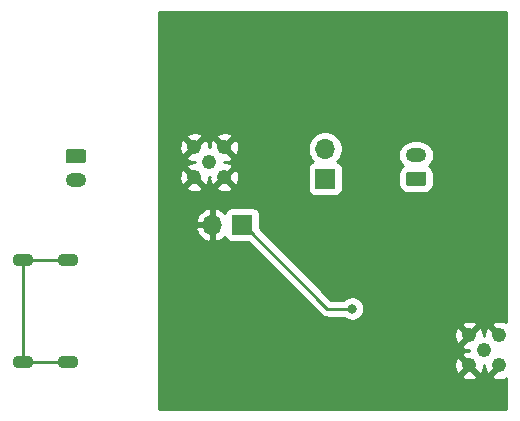
<source format=gbl>
G04 #@! TF.GenerationSoftware,KiCad,Pcbnew,(5.1.5-0)*
G04 #@! TF.CreationDate,2021-10-28T11:32:37-06:00*
G04 #@! TF.ProjectId,TPS61165-heater-v2,54505336-3131-4363-952d-686561746572,rev?*
G04 #@! TF.SameCoordinates,Original*
G04 #@! TF.FileFunction,Copper,L2,Bot*
G04 #@! TF.FilePolarity,Positive*
%FSLAX46Y46*%
G04 Gerber Fmt 4.6, Leading zero omitted, Abs format (unit mm)*
G04 Created by KiCad (PCBNEW (5.1.5-0)) date 2021-10-28 11:32:37*
%MOMM*%
%LPD*%
G04 APERTURE LIST*
%ADD10C,1.240000*%
%ADD11O,1.700000X1.700000*%
%ADD12R,1.700000X1.700000*%
%ADD13O,1.750000X1.200000*%
%ADD14C,0.100000*%
%ADD15O,1.800000X1.100000*%
%ADD16C,0.800000*%
%ADD17C,0.250000*%
%ADD18C,0.254000*%
G04 APERTURE END LIST*
D10*
X156190000Y-85610000D03*
X158730000Y-83070000D03*
X158730000Y-85610000D03*
X156190000Y-83070000D03*
X157460000Y-84340000D03*
D11*
X134460000Y-73700000D03*
D12*
X137000000Y-73700000D03*
D10*
X135470000Y-67130000D03*
X132930000Y-69670000D03*
X132930000Y-67130000D03*
X135470000Y-69670000D03*
X134200000Y-68400000D03*
D13*
X151700000Y-67800000D03*
G04 #@! TA.AperFunction,ComponentPad*
D14*
G36*
X152349505Y-69201204D02*
G01*
X152373773Y-69204804D01*
X152397572Y-69210765D01*
X152420671Y-69219030D01*
X152442850Y-69229520D01*
X152463893Y-69242132D01*
X152483599Y-69256747D01*
X152501777Y-69273223D01*
X152518253Y-69291401D01*
X152532868Y-69311107D01*
X152545480Y-69332150D01*
X152555970Y-69354329D01*
X152564235Y-69377428D01*
X152570196Y-69401227D01*
X152573796Y-69425495D01*
X152575000Y-69449999D01*
X152575000Y-70150001D01*
X152573796Y-70174505D01*
X152570196Y-70198773D01*
X152564235Y-70222572D01*
X152555970Y-70245671D01*
X152545480Y-70267850D01*
X152532868Y-70288893D01*
X152518253Y-70308599D01*
X152501777Y-70326777D01*
X152483599Y-70343253D01*
X152463893Y-70357868D01*
X152442850Y-70370480D01*
X152420671Y-70380970D01*
X152397572Y-70389235D01*
X152373773Y-70395196D01*
X152349505Y-70398796D01*
X152325001Y-70400000D01*
X151074999Y-70400000D01*
X151050495Y-70398796D01*
X151026227Y-70395196D01*
X151002428Y-70389235D01*
X150979329Y-70380970D01*
X150957150Y-70370480D01*
X150936107Y-70357868D01*
X150916401Y-70343253D01*
X150898223Y-70326777D01*
X150881747Y-70308599D01*
X150867132Y-70288893D01*
X150854520Y-70267850D01*
X150844030Y-70245671D01*
X150835765Y-70222572D01*
X150829804Y-70198773D01*
X150826204Y-70174505D01*
X150825000Y-70150001D01*
X150825000Y-69449999D01*
X150826204Y-69425495D01*
X150829804Y-69401227D01*
X150835765Y-69377428D01*
X150844030Y-69354329D01*
X150854520Y-69332150D01*
X150867132Y-69311107D01*
X150881747Y-69291401D01*
X150898223Y-69273223D01*
X150916401Y-69256747D01*
X150936107Y-69242132D01*
X150957150Y-69229520D01*
X150979329Y-69219030D01*
X151002428Y-69210765D01*
X151026227Y-69204804D01*
X151050495Y-69201204D01*
X151074999Y-69200000D01*
X152325001Y-69200000D01*
X152349505Y-69201204D01*
G37*
G04 #@! TD.AperFunction*
D11*
X144000000Y-67260000D03*
D12*
X144000000Y-69800000D03*
D13*
X122900000Y-69900000D03*
G04 #@! TA.AperFunction,ComponentPad*
D14*
G36*
X123549505Y-67301204D02*
G01*
X123573773Y-67304804D01*
X123597572Y-67310765D01*
X123620671Y-67319030D01*
X123642850Y-67329520D01*
X123663893Y-67342132D01*
X123683599Y-67356747D01*
X123701777Y-67373223D01*
X123718253Y-67391401D01*
X123732868Y-67411107D01*
X123745480Y-67432150D01*
X123755970Y-67454329D01*
X123764235Y-67477428D01*
X123770196Y-67501227D01*
X123773796Y-67525495D01*
X123775000Y-67549999D01*
X123775000Y-68250001D01*
X123773796Y-68274505D01*
X123770196Y-68298773D01*
X123764235Y-68322572D01*
X123755970Y-68345671D01*
X123745480Y-68367850D01*
X123732868Y-68388893D01*
X123718253Y-68408599D01*
X123701777Y-68426777D01*
X123683599Y-68443253D01*
X123663893Y-68457868D01*
X123642850Y-68470480D01*
X123620671Y-68480970D01*
X123597572Y-68489235D01*
X123573773Y-68495196D01*
X123549505Y-68498796D01*
X123525001Y-68500000D01*
X122274999Y-68500000D01*
X122250495Y-68498796D01*
X122226227Y-68495196D01*
X122202428Y-68489235D01*
X122179329Y-68480970D01*
X122157150Y-68470480D01*
X122136107Y-68457868D01*
X122116401Y-68443253D01*
X122098223Y-68426777D01*
X122081747Y-68408599D01*
X122067132Y-68388893D01*
X122054520Y-68367850D01*
X122044030Y-68345671D01*
X122035765Y-68322572D01*
X122029804Y-68298773D01*
X122026204Y-68274505D01*
X122025000Y-68250001D01*
X122025000Y-67549999D01*
X122026204Y-67525495D01*
X122029804Y-67501227D01*
X122035765Y-67477428D01*
X122044030Y-67454329D01*
X122054520Y-67432150D01*
X122067132Y-67411107D01*
X122081747Y-67391401D01*
X122098223Y-67373223D01*
X122116401Y-67356747D01*
X122136107Y-67342132D01*
X122157150Y-67329520D01*
X122179329Y-67319030D01*
X122202428Y-67310765D01*
X122226227Y-67304804D01*
X122250495Y-67301204D01*
X122274999Y-67300000D01*
X123525001Y-67300000D01*
X123549505Y-67301204D01*
G37*
G04 #@! TD.AperFunction*
D15*
X118425000Y-76680000D03*
X118425000Y-85320000D03*
X122225000Y-76680000D03*
X122225000Y-85320000D03*
D16*
X146300000Y-80800000D03*
D17*
X144200000Y-80800000D02*
X137100000Y-73700000D01*
X146300000Y-80800000D02*
X144200000Y-80800000D01*
X122225000Y-76680000D02*
X118425000Y-76680000D01*
X122225000Y-85320000D02*
X118425000Y-85320000D01*
X118425000Y-85320000D02*
X118425000Y-76680000D01*
D18*
G36*
X159340001Y-81968991D02*
G01*
X159139942Y-81877418D01*
X158899404Y-81820358D01*
X158652355Y-81811320D01*
X158408291Y-81850653D01*
X158176590Y-81936844D01*
X158095274Y-81980309D01*
X158045533Y-82205928D01*
X158730000Y-82890395D01*
X158744143Y-82876253D01*
X158923748Y-83055858D01*
X158909605Y-83070000D01*
X158923748Y-83084143D01*
X158744143Y-83263748D01*
X158730000Y-83249605D01*
X158715858Y-83263748D01*
X158536253Y-83084143D01*
X158550395Y-83070000D01*
X157865928Y-82385533D01*
X157640309Y-82435274D01*
X157537418Y-82660058D01*
X157480358Y-82900596D01*
X157473612Y-83085000D01*
X157445291Y-83085000D01*
X157448680Y-82992355D01*
X157409347Y-82748291D01*
X157323156Y-82516590D01*
X157279691Y-82435274D01*
X157054072Y-82385533D01*
X156369605Y-83070000D01*
X156383748Y-83084143D01*
X156204143Y-83263748D01*
X156190000Y-83249605D01*
X155505533Y-83934072D01*
X155555274Y-84159691D01*
X155780058Y-84262582D01*
X156020596Y-84319642D01*
X156205000Y-84326388D01*
X156205000Y-84354709D01*
X156112355Y-84351320D01*
X155868291Y-84390653D01*
X155636590Y-84476844D01*
X155555274Y-84520309D01*
X155505533Y-84745928D01*
X156190000Y-85430395D01*
X156204143Y-85416253D01*
X156383748Y-85595858D01*
X156369605Y-85610000D01*
X157054072Y-86294467D01*
X157279691Y-86244726D01*
X157382582Y-86019942D01*
X157439642Y-85779404D01*
X157446388Y-85595000D01*
X157474709Y-85595000D01*
X157471320Y-85687645D01*
X157510653Y-85931709D01*
X157596844Y-86163410D01*
X157640309Y-86244726D01*
X157865928Y-86294467D01*
X158550395Y-85610000D01*
X158536253Y-85595858D01*
X158715858Y-85416253D01*
X158730000Y-85430395D01*
X158744143Y-85416253D01*
X158923748Y-85595858D01*
X158909605Y-85610000D01*
X158923748Y-85624143D01*
X158744143Y-85803748D01*
X158730000Y-85789605D01*
X158045533Y-86474072D01*
X158095274Y-86699691D01*
X158320058Y-86802582D01*
X158560596Y-86859642D01*
X158807645Y-86868680D01*
X159051709Y-86829347D01*
X159283410Y-86743156D01*
X159340001Y-86712907D01*
X159340001Y-89340000D01*
X129927000Y-89340000D01*
X129927000Y-86474072D01*
X155505533Y-86474072D01*
X155555274Y-86699691D01*
X155780058Y-86802582D01*
X156020596Y-86859642D01*
X156267645Y-86868680D01*
X156511709Y-86829347D01*
X156743410Y-86743156D01*
X156824726Y-86699691D01*
X156874467Y-86474072D01*
X156190000Y-85789605D01*
X155505533Y-86474072D01*
X129927000Y-86474072D01*
X129927000Y-85687645D01*
X154931320Y-85687645D01*
X154970653Y-85931709D01*
X155056844Y-86163410D01*
X155100309Y-86244726D01*
X155325928Y-86294467D01*
X156010395Y-85610000D01*
X155325928Y-84925533D01*
X155100309Y-84975274D01*
X154997418Y-85200058D01*
X154940358Y-85440596D01*
X154931320Y-85687645D01*
X129927000Y-85687645D01*
X129927000Y-83147645D01*
X154931320Y-83147645D01*
X154970653Y-83391709D01*
X155056844Y-83623410D01*
X155100309Y-83704726D01*
X155325928Y-83754467D01*
X156010395Y-83070000D01*
X155325928Y-82385533D01*
X155100309Y-82435274D01*
X154997418Y-82660058D01*
X154940358Y-82900596D01*
X154931320Y-83147645D01*
X129927000Y-83147645D01*
X129927000Y-82205928D01*
X155505533Y-82205928D01*
X156190000Y-82890395D01*
X156874467Y-82205928D01*
X156824726Y-81980309D01*
X156599942Y-81877418D01*
X156359404Y-81820358D01*
X156112355Y-81811320D01*
X155868291Y-81850653D01*
X155636590Y-81936844D01*
X155555274Y-81980309D01*
X155505533Y-82205928D01*
X129927000Y-82205928D01*
X129927000Y-74056891D01*
X133018519Y-74056891D01*
X133115843Y-74331252D01*
X133264822Y-74581355D01*
X133459731Y-74797588D01*
X133693080Y-74971641D01*
X133955901Y-75096825D01*
X134103110Y-75141476D01*
X134333000Y-75020155D01*
X134333000Y-73827000D01*
X133139186Y-73827000D01*
X133018519Y-74056891D01*
X129927000Y-74056891D01*
X129927000Y-73343109D01*
X133018519Y-73343109D01*
X133139186Y-73573000D01*
X134333000Y-73573000D01*
X134333000Y-72379845D01*
X134587000Y-72379845D01*
X134587000Y-73573000D01*
X134607000Y-73573000D01*
X134607000Y-73827000D01*
X134587000Y-73827000D01*
X134587000Y-75020155D01*
X134816890Y-75141476D01*
X134964099Y-75096825D01*
X135226920Y-74971641D01*
X135460269Y-74797588D01*
X135536034Y-74713534D01*
X135560498Y-74794180D01*
X135619463Y-74904494D01*
X135698815Y-75001185D01*
X135795506Y-75080537D01*
X135905820Y-75139502D01*
X136025518Y-75175812D01*
X136150000Y-75188072D01*
X137513271Y-75188072D01*
X143636201Y-81311003D01*
X143659999Y-81340001D01*
X143775724Y-81434974D01*
X143907753Y-81505546D01*
X144051014Y-81549003D01*
X144162667Y-81560000D01*
X144162676Y-81560000D01*
X144199999Y-81563676D01*
X144237322Y-81560000D01*
X145596289Y-81560000D01*
X145640226Y-81603937D01*
X145809744Y-81717205D01*
X145998102Y-81795226D01*
X146198061Y-81835000D01*
X146401939Y-81835000D01*
X146601898Y-81795226D01*
X146790256Y-81717205D01*
X146959774Y-81603937D01*
X147103937Y-81459774D01*
X147217205Y-81290256D01*
X147295226Y-81101898D01*
X147335000Y-80901939D01*
X147335000Y-80698061D01*
X147295226Y-80498102D01*
X147217205Y-80309744D01*
X147103937Y-80140226D01*
X146959774Y-79996063D01*
X146790256Y-79882795D01*
X146601898Y-79804774D01*
X146401939Y-79765000D01*
X146198061Y-79765000D01*
X145998102Y-79804774D01*
X145809744Y-79882795D01*
X145640226Y-79996063D01*
X145596289Y-80040000D01*
X144514802Y-80040000D01*
X138488072Y-74013271D01*
X138488072Y-72850000D01*
X138475812Y-72725518D01*
X138439502Y-72605820D01*
X138380537Y-72495506D01*
X138301185Y-72398815D01*
X138204494Y-72319463D01*
X138094180Y-72260498D01*
X137974482Y-72224188D01*
X137850000Y-72211928D01*
X136150000Y-72211928D01*
X136025518Y-72224188D01*
X135905820Y-72260498D01*
X135795506Y-72319463D01*
X135698815Y-72398815D01*
X135619463Y-72495506D01*
X135560498Y-72605820D01*
X135536034Y-72686466D01*
X135460269Y-72602412D01*
X135226920Y-72428359D01*
X134964099Y-72303175D01*
X134816890Y-72258524D01*
X134587000Y-72379845D01*
X134333000Y-72379845D01*
X134103110Y-72258524D01*
X133955901Y-72303175D01*
X133693080Y-72428359D01*
X133459731Y-72602412D01*
X133264822Y-72818645D01*
X133115843Y-73068748D01*
X133018519Y-73343109D01*
X129927000Y-73343109D01*
X129927000Y-70534072D01*
X132245533Y-70534072D01*
X132295274Y-70759691D01*
X132520058Y-70862582D01*
X132760596Y-70919642D01*
X133007645Y-70928680D01*
X133251709Y-70889347D01*
X133483410Y-70803156D01*
X133564726Y-70759691D01*
X133614467Y-70534072D01*
X134785533Y-70534072D01*
X134835274Y-70759691D01*
X135060058Y-70862582D01*
X135300596Y-70919642D01*
X135547645Y-70928680D01*
X135791709Y-70889347D01*
X136023410Y-70803156D01*
X136104726Y-70759691D01*
X136154467Y-70534072D01*
X135470000Y-69849605D01*
X134785533Y-70534072D01*
X133614467Y-70534072D01*
X132930000Y-69849605D01*
X132245533Y-70534072D01*
X129927000Y-70534072D01*
X129927000Y-69747645D01*
X131671320Y-69747645D01*
X131710653Y-69991709D01*
X131796844Y-70223410D01*
X131840309Y-70304726D01*
X132065928Y-70354467D01*
X132750395Y-69670000D01*
X132065928Y-68985533D01*
X131840309Y-69035274D01*
X131737418Y-69260058D01*
X131680358Y-69500596D01*
X131671320Y-69747645D01*
X129927000Y-69747645D01*
X129927000Y-67994072D01*
X132245533Y-67994072D01*
X132295274Y-68219691D01*
X132520058Y-68322582D01*
X132760596Y-68379642D01*
X132945000Y-68386388D01*
X132945000Y-68414709D01*
X132852355Y-68411320D01*
X132608291Y-68450653D01*
X132376590Y-68536844D01*
X132295274Y-68580309D01*
X132245533Y-68805928D01*
X132930000Y-69490395D01*
X132944143Y-69476253D01*
X133123748Y-69655858D01*
X133109605Y-69670000D01*
X133794072Y-70354467D01*
X134019691Y-70304726D01*
X134122582Y-70079942D01*
X134179642Y-69839404D01*
X134186388Y-69655000D01*
X134214709Y-69655000D01*
X134211320Y-69747645D01*
X134250653Y-69991709D01*
X134336844Y-70223410D01*
X134380309Y-70304726D01*
X134605928Y-70354467D01*
X135290395Y-69670000D01*
X135649605Y-69670000D01*
X136334072Y-70354467D01*
X136559691Y-70304726D01*
X136662582Y-70079942D01*
X136719642Y-69839404D01*
X136728680Y-69592355D01*
X136689347Y-69348291D01*
X136603156Y-69116590D01*
X136559691Y-69035274D01*
X136334072Y-68985533D01*
X135649605Y-69670000D01*
X135290395Y-69670000D01*
X135276253Y-69655858D01*
X135455858Y-69476253D01*
X135470000Y-69490395D01*
X136010395Y-68950000D01*
X142511928Y-68950000D01*
X142511928Y-70650000D01*
X142524188Y-70774482D01*
X142560498Y-70894180D01*
X142619463Y-71004494D01*
X142698815Y-71101185D01*
X142795506Y-71180537D01*
X142905820Y-71239502D01*
X143025518Y-71275812D01*
X143150000Y-71288072D01*
X144850000Y-71288072D01*
X144974482Y-71275812D01*
X145094180Y-71239502D01*
X145204494Y-71180537D01*
X145301185Y-71101185D01*
X145380537Y-71004494D01*
X145439502Y-70894180D01*
X145475812Y-70774482D01*
X145488072Y-70650000D01*
X145488072Y-68950000D01*
X145475812Y-68825518D01*
X145439502Y-68705820D01*
X145380537Y-68595506D01*
X145301185Y-68498815D01*
X145204494Y-68419463D01*
X145094180Y-68360498D01*
X145021620Y-68338487D01*
X145153475Y-68206632D01*
X145315990Y-67963411D01*
X145383676Y-67800000D01*
X150184025Y-67800000D01*
X150207870Y-68042102D01*
X150278489Y-68274901D01*
X150393167Y-68489449D01*
X150547498Y-68677502D01*
X150586111Y-68709191D01*
X150581613Y-68711595D01*
X150447038Y-68822038D01*
X150336595Y-68956613D01*
X150254528Y-69110149D01*
X150203992Y-69276745D01*
X150186928Y-69449999D01*
X150186928Y-70150001D01*
X150203992Y-70323255D01*
X150254528Y-70489851D01*
X150336595Y-70643387D01*
X150447038Y-70777962D01*
X150581613Y-70888405D01*
X150735149Y-70970472D01*
X150901745Y-71021008D01*
X151074999Y-71038072D01*
X152325001Y-71038072D01*
X152498255Y-71021008D01*
X152664851Y-70970472D01*
X152818387Y-70888405D01*
X152952962Y-70777962D01*
X153063405Y-70643387D01*
X153145472Y-70489851D01*
X153196008Y-70323255D01*
X153213072Y-70150001D01*
X153213072Y-69449999D01*
X153196008Y-69276745D01*
X153145472Y-69110149D01*
X153063405Y-68956613D01*
X152952962Y-68822038D01*
X152818387Y-68711595D01*
X152813889Y-68709191D01*
X152852502Y-68677502D01*
X153006833Y-68489449D01*
X153121511Y-68274901D01*
X153192130Y-68042102D01*
X153215975Y-67800000D01*
X153192130Y-67557898D01*
X153121511Y-67325099D01*
X153006833Y-67110551D01*
X152852502Y-66922498D01*
X152664449Y-66768167D01*
X152449901Y-66653489D01*
X152217102Y-66582870D01*
X152035665Y-66565000D01*
X151364335Y-66565000D01*
X151182898Y-66582870D01*
X150950099Y-66653489D01*
X150735551Y-66768167D01*
X150547498Y-66922498D01*
X150393167Y-67110551D01*
X150278489Y-67325099D01*
X150207870Y-67557898D01*
X150184025Y-67800000D01*
X145383676Y-67800000D01*
X145427932Y-67693158D01*
X145485000Y-67406260D01*
X145485000Y-67113740D01*
X145427932Y-66826842D01*
X145315990Y-66556589D01*
X145153475Y-66313368D01*
X144946632Y-66106525D01*
X144703411Y-65944010D01*
X144433158Y-65832068D01*
X144146260Y-65775000D01*
X143853740Y-65775000D01*
X143566842Y-65832068D01*
X143296589Y-65944010D01*
X143053368Y-66106525D01*
X142846525Y-66313368D01*
X142684010Y-66556589D01*
X142572068Y-66826842D01*
X142515000Y-67113740D01*
X142515000Y-67406260D01*
X142572068Y-67693158D01*
X142684010Y-67963411D01*
X142846525Y-68206632D01*
X142978380Y-68338487D01*
X142905820Y-68360498D01*
X142795506Y-68419463D01*
X142698815Y-68498815D01*
X142619463Y-68595506D01*
X142560498Y-68705820D01*
X142524188Y-68825518D01*
X142511928Y-68950000D01*
X136010395Y-68950000D01*
X136154467Y-68805928D01*
X136104726Y-68580309D01*
X135879942Y-68477418D01*
X135639404Y-68420358D01*
X135455000Y-68413612D01*
X135455000Y-68385291D01*
X135547645Y-68388680D01*
X135791709Y-68349347D01*
X136023410Y-68263156D01*
X136104726Y-68219691D01*
X136154467Y-67994072D01*
X135470000Y-67309605D01*
X135455858Y-67323748D01*
X135276253Y-67144143D01*
X135290395Y-67130000D01*
X135649605Y-67130000D01*
X136334072Y-67814467D01*
X136559691Y-67764726D01*
X136662582Y-67539942D01*
X136719642Y-67299404D01*
X136728680Y-67052355D01*
X136689347Y-66808291D01*
X136603156Y-66576590D01*
X136559691Y-66495274D01*
X136334072Y-66445533D01*
X135649605Y-67130000D01*
X135290395Y-67130000D01*
X134605928Y-66445533D01*
X134380309Y-66495274D01*
X134277418Y-66720058D01*
X134220358Y-66960596D01*
X134213612Y-67145000D01*
X134185291Y-67145000D01*
X134188680Y-67052355D01*
X134149347Y-66808291D01*
X134063156Y-66576590D01*
X134019691Y-66495274D01*
X133794072Y-66445533D01*
X133109605Y-67130000D01*
X133123748Y-67144143D01*
X132944143Y-67323748D01*
X132930000Y-67309605D01*
X132245533Y-67994072D01*
X129927000Y-67994072D01*
X129927000Y-67207645D01*
X131671320Y-67207645D01*
X131710653Y-67451709D01*
X131796844Y-67683410D01*
X131840309Y-67764726D01*
X132065928Y-67814467D01*
X132750395Y-67130000D01*
X132065928Y-66445533D01*
X131840309Y-66495274D01*
X131737418Y-66720058D01*
X131680358Y-66960596D01*
X131671320Y-67207645D01*
X129927000Y-67207645D01*
X129927000Y-66265928D01*
X132245533Y-66265928D01*
X132930000Y-66950395D01*
X133614467Y-66265928D01*
X134785533Y-66265928D01*
X135470000Y-66950395D01*
X136154467Y-66265928D01*
X136104726Y-66040309D01*
X135879942Y-65937418D01*
X135639404Y-65880358D01*
X135392355Y-65871320D01*
X135148291Y-65910653D01*
X134916590Y-65996844D01*
X134835274Y-66040309D01*
X134785533Y-66265928D01*
X133614467Y-66265928D01*
X133564726Y-66040309D01*
X133339942Y-65937418D01*
X133099404Y-65880358D01*
X132852355Y-65871320D01*
X132608291Y-65910653D01*
X132376590Y-65996844D01*
X132295274Y-66040309D01*
X132245533Y-66265928D01*
X129927000Y-66265928D01*
X129927000Y-55660000D01*
X159340000Y-55660000D01*
X159340001Y-81968991D01*
G37*
X159340001Y-81968991D02*
X159139942Y-81877418D01*
X158899404Y-81820358D01*
X158652355Y-81811320D01*
X158408291Y-81850653D01*
X158176590Y-81936844D01*
X158095274Y-81980309D01*
X158045533Y-82205928D01*
X158730000Y-82890395D01*
X158744143Y-82876253D01*
X158923748Y-83055858D01*
X158909605Y-83070000D01*
X158923748Y-83084143D01*
X158744143Y-83263748D01*
X158730000Y-83249605D01*
X158715858Y-83263748D01*
X158536253Y-83084143D01*
X158550395Y-83070000D01*
X157865928Y-82385533D01*
X157640309Y-82435274D01*
X157537418Y-82660058D01*
X157480358Y-82900596D01*
X157473612Y-83085000D01*
X157445291Y-83085000D01*
X157448680Y-82992355D01*
X157409347Y-82748291D01*
X157323156Y-82516590D01*
X157279691Y-82435274D01*
X157054072Y-82385533D01*
X156369605Y-83070000D01*
X156383748Y-83084143D01*
X156204143Y-83263748D01*
X156190000Y-83249605D01*
X155505533Y-83934072D01*
X155555274Y-84159691D01*
X155780058Y-84262582D01*
X156020596Y-84319642D01*
X156205000Y-84326388D01*
X156205000Y-84354709D01*
X156112355Y-84351320D01*
X155868291Y-84390653D01*
X155636590Y-84476844D01*
X155555274Y-84520309D01*
X155505533Y-84745928D01*
X156190000Y-85430395D01*
X156204143Y-85416253D01*
X156383748Y-85595858D01*
X156369605Y-85610000D01*
X157054072Y-86294467D01*
X157279691Y-86244726D01*
X157382582Y-86019942D01*
X157439642Y-85779404D01*
X157446388Y-85595000D01*
X157474709Y-85595000D01*
X157471320Y-85687645D01*
X157510653Y-85931709D01*
X157596844Y-86163410D01*
X157640309Y-86244726D01*
X157865928Y-86294467D01*
X158550395Y-85610000D01*
X158536253Y-85595858D01*
X158715858Y-85416253D01*
X158730000Y-85430395D01*
X158744143Y-85416253D01*
X158923748Y-85595858D01*
X158909605Y-85610000D01*
X158923748Y-85624143D01*
X158744143Y-85803748D01*
X158730000Y-85789605D01*
X158045533Y-86474072D01*
X158095274Y-86699691D01*
X158320058Y-86802582D01*
X158560596Y-86859642D01*
X158807645Y-86868680D01*
X159051709Y-86829347D01*
X159283410Y-86743156D01*
X159340001Y-86712907D01*
X159340001Y-89340000D01*
X129927000Y-89340000D01*
X129927000Y-86474072D01*
X155505533Y-86474072D01*
X155555274Y-86699691D01*
X155780058Y-86802582D01*
X156020596Y-86859642D01*
X156267645Y-86868680D01*
X156511709Y-86829347D01*
X156743410Y-86743156D01*
X156824726Y-86699691D01*
X156874467Y-86474072D01*
X156190000Y-85789605D01*
X155505533Y-86474072D01*
X129927000Y-86474072D01*
X129927000Y-85687645D01*
X154931320Y-85687645D01*
X154970653Y-85931709D01*
X155056844Y-86163410D01*
X155100309Y-86244726D01*
X155325928Y-86294467D01*
X156010395Y-85610000D01*
X155325928Y-84925533D01*
X155100309Y-84975274D01*
X154997418Y-85200058D01*
X154940358Y-85440596D01*
X154931320Y-85687645D01*
X129927000Y-85687645D01*
X129927000Y-83147645D01*
X154931320Y-83147645D01*
X154970653Y-83391709D01*
X155056844Y-83623410D01*
X155100309Y-83704726D01*
X155325928Y-83754467D01*
X156010395Y-83070000D01*
X155325928Y-82385533D01*
X155100309Y-82435274D01*
X154997418Y-82660058D01*
X154940358Y-82900596D01*
X154931320Y-83147645D01*
X129927000Y-83147645D01*
X129927000Y-82205928D01*
X155505533Y-82205928D01*
X156190000Y-82890395D01*
X156874467Y-82205928D01*
X156824726Y-81980309D01*
X156599942Y-81877418D01*
X156359404Y-81820358D01*
X156112355Y-81811320D01*
X155868291Y-81850653D01*
X155636590Y-81936844D01*
X155555274Y-81980309D01*
X155505533Y-82205928D01*
X129927000Y-82205928D01*
X129927000Y-74056891D01*
X133018519Y-74056891D01*
X133115843Y-74331252D01*
X133264822Y-74581355D01*
X133459731Y-74797588D01*
X133693080Y-74971641D01*
X133955901Y-75096825D01*
X134103110Y-75141476D01*
X134333000Y-75020155D01*
X134333000Y-73827000D01*
X133139186Y-73827000D01*
X133018519Y-74056891D01*
X129927000Y-74056891D01*
X129927000Y-73343109D01*
X133018519Y-73343109D01*
X133139186Y-73573000D01*
X134333000Y-73573000D01*
X134333000Y-72379845D01*
X134587000Y-72379845D01*
X134587000Y-73573000D01*
X134607000Y-73573000D01*
X134607000Y-73827000D01*
X134587000Y-73827000D01*
X134587000Y-75020155D01*
X134816890Y-75141476D01*
X134964099Y-75096825D01*
X135226920Y-74971641D01*
X135460269Y-74797588D01*
X135536034Y-74713534D01*
X135560498Y-74794180D01*
X135619463Y-74904494D01*
X135698815Y-75001185D01*
X135795506Y-75080537D01*
X135905820Y-75139502D01*
X136025518Y-75175812D01*
X136150000Y-75188072D01*
X137513271Y-75188072D01*
X143636201Y-81311003D01*
X143659999Y-81340001D01*
X143775724Y-81434974D01*
X143907753Y-81505546D01*
X144051014Y-81549003D01*
X144162667Y-81560000D01*
X144162676Y-81560000D01*
X144199999Y-81563676D01*
X144237322Y-81560000D01*
X145596289Y-81560000D01*
X145640226Y-81603937D01*
X145809744Y-81717205D01*
X145998102Y-81795226D01*
X146198061Y-81835000D01*
X146401939Y-81835000D01*
X146601898Y-81795226D01*
X146790256Y-81717205D01*
X146959774Y-81603937D01*
X147103937Y-81459774D01*
X147217205Y-81290256D01*
X147295226Y-81101898D01*
X147335000Y-80901939D01*
X147335000Y-80698061D01*
X147295226Y-80498102D01*
X147217205Y-80309744D01*
X147103937Y-80140226D01*
X146959774Y-79996063D01*
X146790256Y-79882795D01*
X146601898Y-79804774D01*
X146401939Y-79765000D01*
X146198061Y-79765000D01*
X145998102Y-79804774D01*
X145809744Y-79882795D01*
X145640226Y-79996063D01*
X145596289Y-80040000D01*
X144514802Y-80040000D01*
X138488072Y-74013271D01*
X138488072Y-72850000D01*
X138475812Y-72725518D01*
X138439502Y-72605820D01*
X138380537Y-72495506D01*
X138301185Y-72398815D01*
X138204494Y-72319463D01*
X138094180Y-72260498D01*
X137974482Y-72224188D01*
X137850000Y-72211928D01*
X136150000Y-72211928D01*
X136025518Y-72224188D01*
X135905820Y-72260498D01*
X135795506Y-72319463D01*
X135698815Y-72398815D01*
X135619463Y-72495506D01*
X135560498Y-72605820D01*
X135536034Y-72686466D01*
X135460269Y-72602412D01*
X135226920Y-72428359D01*
X134964099Y-72303175D01*
X134816890Y-72258524D01*
X134587000Y-72379845D01*
X134333000Y-72379845D01*
X134103110Y-72258524D01*
X133955901Y-72303175D01*
X133693080Y-72428359D01*
X133459731Y-72602412D01*
X133264822Y-72818645D01*
X133115843Y-73068748D01*
X133018519Y-73343109D01*
X129927000Y-73343109D01*
X129927000Y-70534072D01*
X132245533Y-70534072D01*
X132295274Y-70759691D01*
X132520058Y-70862582D01*
X132760596Y-70919642D01*
X133007645Y-70928680D01*
X133251709Y-70889347D01*
X133483410Y-70803156D01*
X133564726Y-70759691D01*
X133614467Y-70534072D01*
X134785533Y-70534072D01*
X134835274Y-70759691D01*
X135060058Y-70862582D01*
X135300596Y-70919642D01*
X135547645Y-70928680D01*
X135791709Y-70889347D01*
X136023410Y-70803156D01*
X136104726Y-70759691D01*
X136154467Y-70534072D01*
X135470000Y-69849605D01*
X134785533Y-70534072D01*
X133614467Y-70534072D01*
X132930000Y-69849605D01*
X132245533Y-70534072D01*
X129927000Y-70534072D01*
X129927000Y-69747645D01*
X131671320Y-69747645D01*
X131710653Y-69991709D01*
X131796844Y-70223410D01*
X131840309Y-70304726D01*
X132065928Y-70354467D01*
X132750395Y-69670000D01*
X132065928Y-68985533D01*
X131840309Y-69035274D01*
X131737418Y-69260058D01*
X131680358Y-69500596D01*
X131671320Y-69747645D01*
X129927000Y-69747645D01*
X129927000Y-67994072D01*
X132245533Y-67994072D01*
X132295274Y-68219691D01*
X132520058Y-68322582D01*
X132760596Y-68379642D01*
X132945000Y-68386388D01*
X132945000Y-68414709D01*
X132852355Y-68411320D01*
X132608291Y-68450653D01*
X132376590Y-68536844D01*
X132295274Y-68580309D01*
X132245533Y-68805928D01*
X132930000Y-69490395D01*
X132944143Y-69476253D01*
X133123748Y-69655858D01*
X133109605Y-69670000D01*
X133794072Y-70354467D01*
X134019691Y-70304726D01*
X134122582Y-70079942D01*
X134179642Y-69839404D01*
X134186388Y-69655000D01*
X134214709Y-69655000D01*
X134211320Y-69747645D01*
X134250653Y-69991709D01*
X134336844Y-70223410D01*
X134380309Y-70304726D01*
X134605928Y-70354467D01*
X135290395Y-69670000D01*
X135649605Y-69670000D01*
X136334072Y-70354467D01*
X136559691Y-70304726D01*
X136662582Y-70079942D01*
X136719642Y-69839404D01*
X136728680Y-69592355D01*
X136689347Y-69348291D01*
X136603156Y-69116590D01*
X136559691Y-69035274D01*
X136334072Y-68985533D01*
X135649605Y-69670000D01*
X135290395Y-69670000D01*
X135276253Y-69655858D01*
X135455858Y-69476253D01*
X135470000Y-69490395D01*
X136010395Y-68950000D01*
X142511928Y-68950000D01*
X142511928Y-70650000D01*
X142524188Y-70774482D01*
X142560498Y-70894180D01*
X142619463Y-71004494D01*
X142698815Y-71101185D01*
X142795506Y-71180537D01*
X142905820Y-71239502D01*
X143025518Y-71275812D01*
X143150000Y-71288072D01*
X144850000Y-71288072D01*
X144974482Y-71275812D01*
X145094180Y-71239502D01*
X145204494Y-71180537D01*
X145301185Y-71101185D01*
X145380537Y-71004494D01*
X145439502Y-70894180D01*
X145475812Y-70774482D01*
X145488072Y-70650000D01*
X145488072Y-68950000D01*
X145475812Y-68825518D01*
X145439502Y-68705820D01*
X145380537Y-68595506D01*
X145301185Y-68498815D01*
X145204494Y-68419463D01*
X145094180Y-68360498D01*
X145021620Y-68338487D01*
X145153475Y-68206632D01*
X145315990Y-67963411D01*
X145383676Y-67800000D01*
X150184025Y-67800000D01*
X150207870Y-68042102D01*
X150278489Y-68274901D01*
X150393167Y-68489449D01*
X150547498Y-68677502D01*
X150586111Y-68709191D01*
X150581613Y-68711595D01*
X150447038Y-68822038D01*
X150336595Y-68956613D01*
X150254528Y-69110149D01*
X150203992Y-69276745D01*
X150186928Y-69449999D01*
X150186928Y-70150001D01*
X150203992Y-70323255D01*
X150254528Y-70489851D01*
X150336595Y-70643387D01*
X150447038Y-70777962D01*
X150581613Y-70888405D01*
X150735149Y-70970472D01*
X150901745Y-71021008D01*
X151074999Y-71038072D01*
X152325001Y-71038072D01*
X152498255Y-71021008D01*
X152664851Y-70970472D01*
X152818387Y-70888405D01*
X152952962Y-70777962D01*
X153063405Y-70643387D01*
X153145472Y-70489851D01*
X153196008Y-70323255D01*
X153213072Y-70150001D01*
X153213072Y-69449999D01*
X153196008Y-69276745D01*
X153145472Y-69110149D01*
X153063405Y-68956613D01*
X152952962Y-68822038D01*
X152818387Y-68711595D01*
X152813889Y-68709191D01*
X152852502Y-68677502D01*
X153006833Y-68489449D01*
X153121511Y-68274901D01*
X153192130Y-68042102D01*
X153215975Y-67800000D01*
X153192130Y-67557898D01*
X153121511Y-67325099D01*
X153006833Y-67110551D01*
X152852502Y-66922498D01*
X152664449Y-66768167D01*
X152449901Y-66653489D01*
X152217102Y-66582870D01*
X152035665Y-66565000D01*
X151364335Y-66565000D01*
X151182898Y-66582870D01*
X150950099Y-66653489D01*
X150735551Y-66768167D01*
X150547498Y-66922498D01*
X150393167Y-67110551D01*
X150278489Y-67325099D01*
X150207870Y-67557898D01*
X150184025Y-67800000D01*
X145383676Y-67800000D01*
X145427932Y-67693158D01*
X145485000Y-67406260D01*
X145485000Y-67113740D01*
X145427932Y-66826842D01*
X145315990Y-66556589D01*
X145153475Y-66313368D01*
X144946632Y-66106525D01*
X144703411Y-65944010D01*
X144433158Y-65832068D01*
X144146260Y-65775000D01*
X143853740Y-65775000D01*
X143566842Y-65832068D01*
X143296589Y-65944010D01*
X143053368Y-66106525D01*
X142846525Y-66313368D01*
X142684010Y-66556589D01*
X142572068Y-66826842D01*
X142515000Y-67113740D01*
X142515000Y-67406260D01*
X142572068Y-67693158D01*
X142684010Y-67963411D01*
X142846525Y-68206632D01*
X142978380Y-68338487D01*
X142905820Y-68360498D01*
X142795506Y-68419463D01*
X142698815Y-68498815D01*
X142619463Y-68595506D01*
X142560498Y-68705820D01*
X142524188Y-68825518D01*
X142511928Y-68950000D01*
X136010395Y-68950000D01*
X136154467Y-68805928D01*
X136104726Y-68580309D01*
X135879942Y-68477418D01*
X135639404Y-68420358D01*
X135455000Y-68413612D01*
X135455000Y-68385291D01*
X135547645Y-68388680D01*
X135791709Y-68349347D01*
X136023410Y-68263156D01*
X136104726Y-68219691D01*
X136154467Y-67994072D01*
X135470000Y-67309605D01*
X135455858Y-67323748D01*
X135276253Y-67144143D01*
X135290395Y-67130000D01*
X135649605Y-67130000D01*
X136334072Y-67814467D01*
X136559691Y-67764726D01*
X136662582Y-67539942D01*
X136719642Y-67299404D01*
X136728680Y-67052355D01*
X136689347Y-66808291D01*
X136603156Y-66576590D01*
X136559691Y-66495274D01*
X136334072Y-66445533D01*
X135649605Y-67130000D01*
X135290395Y-67130000D01*
X134605928Y-66445533D01*
X134380309Y-66495274D01*
X134277418Y-66720058D01*
X134220358Y-66960596D01*
X134213612Y-67145000D01*
X134185291Y-67145000D01*
X134188680Y-67052355D01*
X134149347Y-66808291D01*
X134063156Y-66576590D01*
X134019691Y-66495274D01*
X133794072Y-66445533D01*
X133109605Y-67130000D01*
X133123748Y-67144143D01*
X132944143Y-67323748D01*
X132930000Y-67309605D01*
X132245533Y-67994072D01*
X129927000Y-67994072D01*
X129927000Y-67207645D01*
X131671320Y-67207645D01*
X131710653Y-67451709D01*
X131796844Y-67683410D01*
X131840309Y-67764726D01*
X132065928Y-67814467D01*
X132750395Y-67130000D01*
X132065928Y-66445533D01*
X131840309Y-66495274D01*
X131737418Y-66720058D01*
X131680358Y-66960596D01*
X131671320Y-67207645D01*
X129927000Y-67207645D01*
X129927000Y-66265928D01*
X132245533Y-66265928D01*
X132930000Y-66950395D01*
X133614467Y-66265928D01*
X134785533Y-66265928D01*
X135470000Y-66950395D01*
X136154467Y-66265928D01*
X136104726Y-66040309D01*
X135879942Y-65937418D01*
X135639404Y-65880358D01*
X135392355Y-65871320D01*
X135148291Y-65910653D01*
X134916590Y-65996844D01*
X134835274Y-66040309D01*
X134785533Y-66265928D01*
X133614467Y-66265928D01*
X133564726Y-66040309D01*
X133339942Y-65937418D01*
X133099404Y-65880358D01*
X132852355Y-65871320D01*
X132608291Y-65910653D01*
X132376590Y-65996844D01*
X132295274Y-66040309D01*
X132245533Y-66265928D01*
X129927000Y-66265928D01*
X129927000Y-55660000D01*
X159340000Y-55660000D01*
X159340001Y-81968991D01*
M02*

</source>
